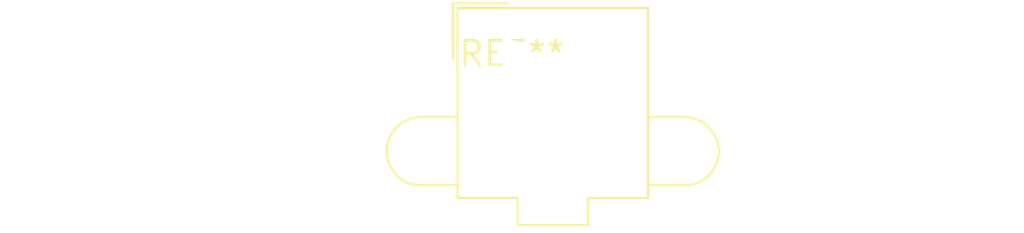
<source format=kicad_pcb>
(kicad_pcb (version 20240108) (generator pcbnew)
  (layers (0 "F.Cu" signal) (31 "B.Cu" signal) (34 "B.Paste" user) (35 "F.Paste" user) (36 "B.SilkS" user "B.Silkscreen") (37 "F.SilkS" user "F.Silkscreen") (38 "B.Mask" user) (39 "F.Mask" user) (44 "Edge.Cuts" user))
  (net 0 "")
  (footprint "Molex_Mini-Fit_Jr_5566-04A2_2x02_P4.20mm_Vertical" (layer "F.Cu") (at 0 0)
    (property "Reference" "REF**")
    (property "Value" "Molex_Mini-Fit_Jr_5566-04A2_2x02_P4.20mm_Vertical")
    (fp_line (start -4.7 3.28) (end -2.81 3.28) (layer "F.SilkS") (stroke (width 0.12)))
    (fp_line (start -4.7 6.8) (end -2.81 6.8) (layer "F.SilkS") (stroke (width 0.12)))
    (fp_line (start -3.05 -2.6) (end -3.05 0.25) (layer "F.SilkS") (stroke (width 0.12)))
    (fp_line (start -2.81 -2.36) (end -2.81 7.46) (layer "F.SilkS") (stroke (width 0.12)))
    (fp_line (start -2.81 7.46) (end 0.29 7.46) (layer "F.SilkS") (stroke (width 0.12)))
    (fp_line (start -0.2 -2.6) (end -3.05 -2.6) (layer "F.SilkS") (stroke (width 0.12)))
    (fp_line (start 0.29 7.46) (end 0.29 8.86) (layer "F.SilkS") (stroke (width 0.12)))
    (fp_line (start 0.29 8.86) (end 2.1 8.86) (layer "F.SilkS") (stroke (width 0.12)))
    (fp_line (start 2.1 -2.36) (end -2.81 -2.36) (layer "F.SilkS") (stroke (width 0.12)))
    (fp_line (start 2.1 -2.36) (end 7.01 -2.36) (layer "F.SilkS") (stroke (width 0.12)))
    (fp_line (start 3.91 7.46) (end 3.91 8.86) (layer "F.SilkS") (stroke (width 0.12)))
    (fp_line (start 3.91 8.86) (end 2.1 8.86) (layer "F.SilkS") (stroke (width 0.12)))
    (fp_line (start 7.01 -2.36) (end 7.01 7.46) (layer "F.SilkS") (stroke (width 0.12)))
    (fp_line (start 7.01 7.46) (end 3.91 7.46) (layer "F.SilkS") (stroke (width 0.12)))
    (fp_line (start 8.9 3.28) (end 7.01 3.28) (layer "F.SilkS") (stroke (width 0.12)))
    (fp_line (start 8.9 6.8) (end 7.01 6.8) (layer "F.SilkS") (stroke (width 0.12)))
    (fp_arc (start -4.7 6.8) (mid -6.46 5.04) (end -4.7 3.28) (layer "F.SilkS") (stroke (width 0.12)))
    (fp_arc (start 8.9 3.28) (mid 10.66 5.04) (end 8.9 6.8) (layer "F.SilkS") (stroke (width 0.12)))
    (pad "" np_thru_hole circle (at -4.7 5.04) (size 3 3) (drill 3) (layers *.Cu *.Mask))
    (pad "" np_thru_hole circle (at 8.9 5.04) (size 3 3) (drill 3) (layers *.Cu *.Mask))
    (pad "1" thru_hole roundrect (at 0 0) (size 2.7 3.3) (drill 1.4) (layers *.Cu *.Mask) (remove_unused_layers) (roundrect_rratio 0.092593))
    (pad "2" thru_hole oval (at 4.2 0) (size 2.7 3.3) (drill 1.4) (layers *.Cu *.Mask) (remove_unused_layers))
    (pad "3" thru_hole oval (at 0 5.5) (size 2.7 3.3) (drill 1.4) (layers *.Cu *.Mask) (remove_unused_layers))
    (pad "4" thru_hole oval (at 4.2 5.5) (size 2.7 3.3) (drill 1.4) (layers *.Cu *.Mask) (remove_unused_layers))
  )
)
</source>
